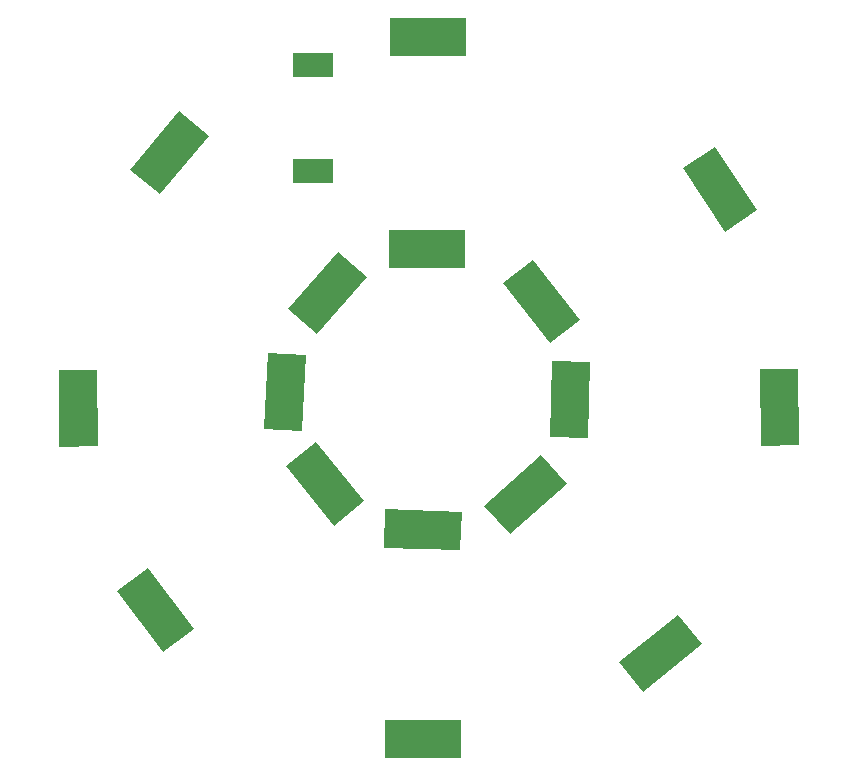
<source format=gbr>
G04 EAGLE Gerber RS-274X export*
G75*
%MOMM*%
%FSLAX34Y34*%
%LPD*%
%INSolderpaste Bottom*%
%IPPOS*%
%AMOC8*
5,1,8,0,0,1.08239X$1,22.5*%
G01*
G04 Define Apertures*
%ADD10R,6.451600X3.251200*%
%ADD11R,3.500000X2.000000*%
D10*
X-1000Y297500D03*
X-5200Y-296800D03*
G36*
X-313213Y-49034D02*
X-313776Y15478D01*
X-281267Y15762D01*
X-280704Y-48750D01*
X-313213Y-49034D01*
G37*
G36*
X312660Y16754D02*
X313448Y-47756D01*
X280940Y-48154D01*
X280152Y16356D01*
X312660Y16754D01*
G37*
G36*
X241627Y204656D02*
X277422Y150983D01*
X250373Y132944D01*
X214578Y186617D01*
X241627Y204656D01*
G37*
G36*
X230999Y-216433D02*
X180862Y-257033D01*
X160401Y-231767D01*
X210538Y-191167D01*
X230999Y-216433D01*
G37*
G36*
X-186738Y214119D02*
X-228120Y164626D01*
X-253062Y185481D01*
X-211680Y234974D01*
X-186738Y214119D01*
G37*
G36*
X-225494Y-222867D02*
X-264139Y-171208D01*
X-238106Y-151733D01*
X-199461Y-203392D01*
X-225494Y-222867D01*
G37*
X-2000Y118256D03*
G36*
X-37071Y-102001D02*
X27405Y-104252D01*
X26271Y-136743D01*
X-38205Y-134492D01*
X-37071Y-102001D01*
G37*
G36*
X-139843Y-34063D02*
X-136467Y30364D01*
X-104001Y28663D01*
X-107377Y-35764D01*
X-139843Y-34063D01*
G37*
G36*
X136411Y22741D02*
X134497Y-41746D01*
X102001Y-40781D01*
X103915Y23706D01*
X136411Y22741D01*
G37*
G36*
X88191Y109344D02*
X127910Y58506D01*
X102291Y38490D01*
X62572Y89328D01*
X88191Y109344D01*
G37*
G36*
X116628Y-80280D02*
X68534Y-123281D01*
X46864Y-99044D01*
X94958Y-56043D01*
X116628Y-80280D01*
G37*
G36*
X-119820Y67469D02*
X-77495Y116159D01*
X-52958Y94829D01*
X-95283Y46139D01*
X-119820Y67469D01*
G37*
G36*
X-80761Y-115925D02*
X-121361Y-65788D01*
X-96095Y-45327D01*
X-55495Y-95464D01*
X-80761Y-115925D01*
G37*
D11*
X-98507Y274198D03*
X-98507Y184198D03*
M02*

</source>
